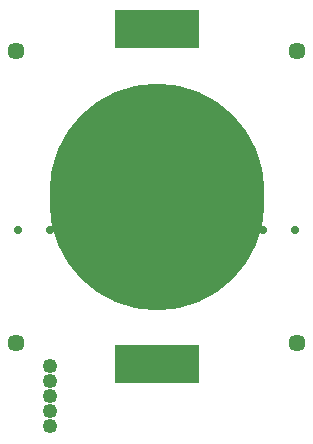
<source format=gbr>
G04 DipTrace 3.2.0.1*
G04 TopMask.gbr*
%MOIN*%
G04 #@! TF.FileFunction,Soldermask,Top*
G04 #@! TF.Part,Single*
%ADD41C,0.057087*%
%ADD42C,0.027559*%
%ADD52C,0.049213*%
%ADD54O,0.716535X0.755906*%
%ADD56R,0.283465X0.129921*%
%FSLAX26Y26*%
G04*
G70*
G90*
G75*
G01*
G04 TopMask*
%LPD*%
D41*
X-468504Y738189D3*
X468504D3*
X-468504Y-236220D3*
X468504D3*
D56*
X0Y809252D3*
Y-307283D3*
D54*
Y250984D3*
D52*
X-354331Y-412795D3*
Y-362795D3*
Y-462795D3*
Y-312795D3*
Y-462795D3*
Y-412795D3*
Y-512795D3*
Y-362795D3*
D42*
X354331Y138976D3*
X460630D3*
X-460630D3*
X-354331D3*
M02*

</source>
